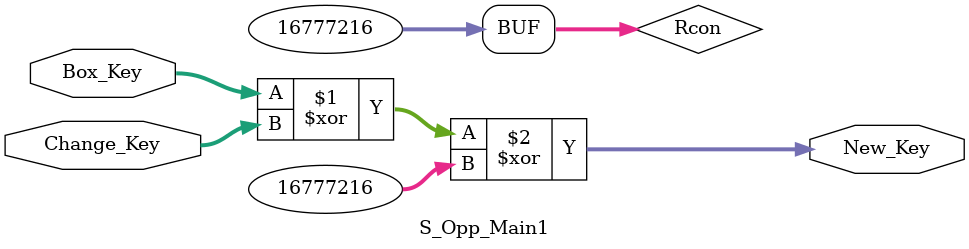
<source format=v>
module S_Opp_Main1(Box_Key,Change_Key,New_Key);
  
  input[31:0]Box_Key,Change_Key;
  
  output[31:0]New_Key;
  
  wire [31:0]Rcon;

assign Rcon=32'b0000_0001_0000_0000_0000_0000_0000_0000;

assign New_Key=Box_Key ^ Change_Key ^ Rcon;

endmodule


/*
 ___       ___       ___       ___
| B |     | C |     | R |     | N |
| O |     | H |     | C |     | E |
| X |     | A |     | O |     | W |
|   |     | N |     | N |     |   |
| K |  ^  | G |  ^  |   |  =  | K |
| E |     | E |     |   |     | E |
| Y |     |   |     |   |     | Y |
|   |     | K |     |   |     |   |
|   |     | E |     |   |     |   |
|   |     | Y |     |   |     |   |
 ---       ---       ---       ---    
*/


</source>
